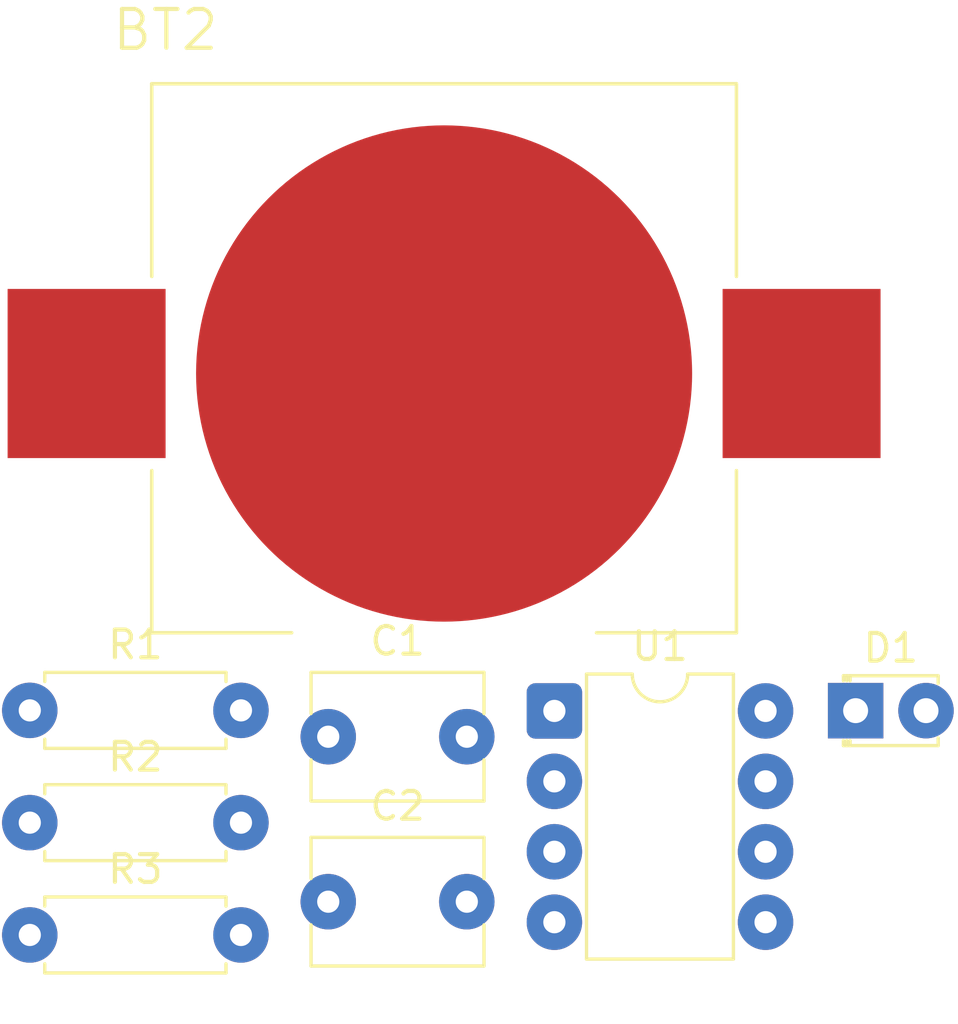
<source format=kicad_pcb>
(kicad_pcb (version 20241229) (generator "pcbnew") (generator_version "9.0")
  (layers (0 "F.Cu" signal) (2 "B.Cu" signal) (13 "F.Paste" user) (15 "B.Paste" user) (5 "F.SilkS" user "F.Silkscreen") (7 "B.SilkS" user "B.Silkscreen") (1 "F.Mask" user) (3 "B.Mask" user) (25 "Edge.Cuts" user))
  (net 0 "")
  (net 1 "GND")
  (net 2 "+3V0")
  (net 3 "Net-(U1-THR)")
  (net 4 "Net-(U1-CV)")
  (net 5 "Net-(D1-A)")
  (net 6 "Net-(U1-DIS)")
  (net 7 "Net-(U1-Q)")
  (footprint "Capacitor_THT:C_Disc_D6.0mm_W4.4mm_P5.00mm" (layer "F.Cu") (at 110.72 82.76)
    (property "Reference" "C2" (at 2.5 -3.45 0) (layer "F.SilkS"))
    (property "Value" "10n")
    (fp_line (start -0.62 -2.32) (end 5.62 -2.32) (stroke (width 0.12)) (layer "F.SilkS"))
    (fp_line (start -0.62 -0.835) (end -0.62 -2.32) (stroke (width 0.12)) (layer "F.SilkS"))
    (fp_line (start -0.62 2.32) (end -0.62 0.835) (stroke (width 0.12)) (layer "F.SilkS"))
    (fp_line (start 5.62 -2.32) (end 5.62 -0.835) (stroke (width 0.12)) (layer "F.SilkS"))
    (fp_line (start 5.62 0.835) (end 5.62 2.32) (stroke (width 0.12)) (layer "F.SilkS"))
    (fp_line (start 5.62 2.32) (end -0.62 2.32) (stroke (width 0.12)) (layer "F.SilkS"))
    (pad "1" thru_hole circle (at 0 0) (size 2 2) (drill 0.8) (layers "*.Cu" "*.Mask") (net 4 "Net-(U1-CV)"))
    (pad "2" thru_hole circle (at 5 0) (size 2 2) (drill 0.8) (layers "*.Cu" "*.Mask") (net 1 "GND"))
  )
  (footprint "Resistor_THT:R_Axial_DIN0207_L6.3mm_D2.5mm_P7.62mm_Horizontal" (layer "F.Cu") (at 99.95 75.86)
    (property "Reference" "R1" (at 3.81 -2.37 0) (layer "F.SilkS"))
    (property "Value" "R")
    (fp_line (start 0.54 -1.37) (end 7.08 -1.37) (stroke (width 0.12)) (layer "F.SilkS"))
    (fp_line (start 0.54 -1.04) (end 0.54 -1.37) (stroke (width 0.12)) (layer "F.SilkS"))
    (fp_line (start 0.54 1.04) (end 0.54 1.37) (stroke (width 0.12)) (layer "F.SilkS"))
    (fp_line (start 0.54 1.37) (end 7.08 1.37) (stroke (width 0.12)) (layer "F.SilkS"))
    (fp_line (start 7.08 -1.37) (end 7.08 -1.04) (stroke (width 0.12)) (layer "F.SilkS"))
    (fp_line (start 7.08 1.37) (end 7.08 1.04) (stroke (width 0.12)) (layer "F.SilkS"))
    (pad "1" thru_hole circle (at 0 0) (size 2 2) (drill 0.8) (layers "*.Cu" "*.Mask") (net 2 "+3V0"))
    (pad "2" thru_hole circle (at 7.62 0) (size 2 2) (drill 0.8) (layers "*.Cu" "*.Mask") (net 6 "Net-(U1-DIS)"))
  )
  (footprint "Resistor_THT:R_Axial_DIN0207_L6.3mm_D2.5mm_P7.62mm_Horizontal" (layer "F.Cu") (at 99.95 79.91)
    (property "Reference" "R2" (at 3.81 -2.37 0) (layer "F.SilkS"))
    (property "Value" "R")
    (fp_line (start 0.54 -1.37) (end 7.08 -1.37) (stroke (width 0.12)) (layer "F.SilkS"))
    (fp_line (start 0.54 -1.04) (end 0.54 -1.37) (stroke (width 0.12)) (layer "F.SilkS"))
    (fp_line (start 0.54 1.04) (end 0.54 1.37) (stroke (width 0.12)) (layer "F.SilkS"))
    (fp_line (start 0.54 1.37) (end 7.08 1.37) (stroke (width 0.12)) (layer "F.SilkS"))
    (fp_line (start 7.08 -1.37) (end 7.08 -1.04) (stroke (width 0.12)) (layer "F.SilkS"))
    (fp_line (start 7.08 1.37) (end 7.08 1.04) (stroke (width 0.12)) (layer "F.SilkS"))
    (pad "1" thru_hole circle (at 0 0) (size 2 2) (drill 0.8) (layers "*.Cu" "*.Mask") (net 6 "Net-(U1-DIS)"))
    (pad "2" thru_hole circle (at 7.62 0) (size 2 2) (drill 0.8) (layers "*.Cu" "*.Mask") (net 3 "Net-(U1-THR)"))
  )
  (footprint "Capacitor_THT:C_Disc_D6.0mm_W4.4mm_P5.00mm" (layer "F.Cu") (at 110.72 76.81)
    (property "Reference" "C1" (at 2.5 -3.45 0) (layer "F.SilkS"))
    (property "Value" "C")
    (fp_line (start -0.62 -2.32) (end 5.62 -2.32) (stroke (width 0.12)) (layer "F.SilkS"))
    (fp_line (start -0.62 -0.835) (end -0.62 -2.32) (stroke (width 0.12)) (layer "F.SilkS"))
    (fp_line (start -0.62 2.32) (end -0.62 0.835) (stroke (width 0.12)) (layer "F.SilkS"))
    (fp_line (start 5.62 -2.32) (end 5.62 -0.835) (stroke (width 0.12)) (layer "F.SilkS"))
    (fp_line (start 5.62 0.835) (end 5.62 2.32) (stroke (width 0.12)) (layer "F.SilkS"))
    (fp_line (start 5.62 2.32) (end -0.62 2.32) (stroke (width 0.12)) (layer "F.SilkS"))
    (pad "1" thru_hole circle (at 0 0) (size 2 2) (drill 0.8) (layers "*.Cu" "*.Mask") (net 1 "GND"))
    (pad "2" thru_hole circle (at 5 0) (size 2 2) (drill 0.8) (layers "*.Cu" "*.Mask") (net 3 "Net-(U1-THR)"))
  )
  (footprint "LED_THT:LED_D1.8mm_W3.3mm_H2.4mm" (layer "F.Cu") (at 129.75 75.87)
    (property "Reference" "D1" (at 1.27 -2.26 0) (layer "F.SilkS"))
    (property "Value" "LED")
    (fp_line (start -0.44 -1.26) (end 2.98 -1.26) (stroke (width 0.12)) (layer "F.SilkS"))
    (fp_line (start -0.44 -1.08) (end -0.44 -1.26) (stroke (width 0.12)) (layer "F.SilkS"))
    (fp_line (start -0.44 1.26) (end -0.44 1.08) (stroke (width 0.12)) (layer "F.SilkS"))
    (fp_line (start -0.32 -1.26) (end -0.32 -1.08) (stroke (width 0.12)) (layer "F.SilkS"))
    (fp_line (start -0.32 1.08) (end -0.32 1.26) (stroke (width 0.12)) (layer "F.SilkS"))
    (fp_line (start -0.2 -1.26) (end -0.2 -1.08) (stroke (width 0.12)) (layer "F.SilkS"))
    (fp_line (start -0.2 1.08) (end -0.2 1.26) (stroke (width 0.12)) (layer "F.SilkS"))
    (fp_line (start 2.98 -1.26) (end 2.98 -0.986) (stroke (width 0.12)) (layer "F.SilkS"))
    (fp_line (start 2.98 0.986) (end 2.98 1.26) (stroke (width 0.12)) (layer "F.SilkS"))
    (fp_line (start 2.98 1.26) (end -0.44 1.26) (stroke (width 0.12)) (layer "F.SilkS"))
    (pad "1" thru_hole rect (at 0 0) (size 2 2) (drill 0.9) (layers "*.Cu" "*.Mask") (net 1 "GND"))
    (pad "2" thru_hole circle (at 2.54 0) (size 2 2) (drill 0.9) (layers "*.Cu" "*.Mask") (net 5 "Net-(D1-A)"))
  )
  (footprint "Resistor_THT:R_Axial_DIN0207_L6.3mm_D2.5mm_P7.62mm_Horizontal" (layer "F.Cu") (at 99.95 83.96)
    (property "Reference" "R3" (at 3.81 -2.37 0) (layer "F.SilkS"))
    (property "Value" "R")
    (fp_line (start 0.54 -1.37) (end 7.08 -1.37) (stroke (width 0.12)) (layer "F.SilkS"))
    (fp_line (start 0.54 -1.04) (end 0.54 -1.37) (stroke (width 0.12)) (layer "F.SilkS"))
    (fp_line (start 0.54 1.04) (end 0.54 1.37) (stroke (width 0.12)) (layer "F.SilkS"))
    (fp_line (start 0.54 1.37) (end 7.08 1.37) (stroke (width 0.12)) (layer "F.SilkS"))
    (fp_line (start 7.08 -1.37) (end 7.08 -1.04) (stroke (width 0.12)) (layer "F.SilkS"))
    (fp_line (start 7.08 1.37) (end 7.08 1.04) (stroke (width 0.12)) (layer "F.SilkS"))
    (pad "1" thru_hole circle (at 0 0) (size 2 2) (drill 0.8) (layers "*.Cu" "*.Mask") (net 5 "Net-(D1-A)"))
    (pad "2" thru_hole circle (at 7.62 0) (size 2 2) (drill 0.8) (layers "*.Cu" "*.Mask") (net 7 "Net-(U1-Q)"))
  )
  (footprint "Package_DIP:DIP-8_W7.62mm" (layer "F.Cu") (at 118.88 75.88)
    (property "Reference" "U1" (at 3.81 -2.33 0) (layer "F.SilkS"))
    (property "Value" "TLC555xP")
    (fp_line (start 1.16 -1.33) (end 1.16 8.95) (stroke (width 0.12)) (layer "F.SilkS"))
    (fp_line (start 1.16 8.95) (end 6.46 8.95) (stroke (width 0.12)) (layer "F.SilkS"))
    (fp_line (start 2.81 -1.33) (end 1.16 -1.33) (stroke (width 0.12)) (layer "F.SilkS"))
    (fp_line (start 6.46 -1.33) (end 4.81 -1.33) (stroke (width 0.12)) (layer "F.SilkS"))
    (fp_line (start 6.46 8.95) (end 6.46 -1.33) (stroke (width 0.12)) (layer "F.SilkS"))
    (fp_arc (start 4.81 -1.33) (mid 3.81 -0.33) (end 2.81 -1.33) (stroke (width 0.12)) (layer "F.SilkS"))
    (pad "1" thru_hole roundrect (at 0 0) (size 2 2) (drill 0.8) (layers "*.Cu" "*.Mask") (roundrect_rratio 0.15625) (net 1 "GND"))
    (pad "2" thru_hole circle (at 0 2.54) (size 2 2) (drill 0.8) (layers "*.Cu" "*.Mask") (net 3 "Net-(U1-THR)"))
    (pad "3" thru_hole circle (at 0 5.08) (size 2 2) (drill 0.8) (layers "*.Cu" "*.Mask") (net 7 "Net-(U1-Q)"))
    (pad "4" thru_hole circle (at 0 7.62) (size 2 2) (drill 0.8) (layers "*.Cu" "*.Mask") (net 2 "+3V0"))
    (pad "5" thru_hole circle (at 7.62 7.62) (size 2 2) (drill 0.8) (layers "*.Cu" "*.Mask") (net 4 "Net-(U1-CV)"))
    (pad "6" thru_hole circle (at 7.62 5.08) (size 2 2) (drill 0.8) (layers "*.Cu" "*.Mask") (net 3 "Net-(U1-THR)"))
    (pad "7" thru_hole circle (at 7.62 2.54) (size 2 2) (drill 0.8) (layers "*.Cu" "*.Mask") (net 6 "Net-(U1-DIS)"))
    (pad "8" thru_hole circle (at 7.62 0) (size 2 2) (drill 0.8) (layers "*.Cu" "*.Mask") (net 2 "+3V0"))
  )
  (footprint "BAT-HLD-003-SMT:BAT_BAT-HLD-003-SMT" (layer "F.Cu") (at 114.9 63.71)
    (property "Reference" "BT2" (at -10.055 -12.389 0) (layer "F.SilkS") (effects (font (size 1.4 1.4))))
    (property "Value" "BAT-HLD-003-SMT")
    (fp_line (start -10.55 -10.45) (end 10.55 -10.45) (stroke (width 0.127)) (layer "F.SilkS"))
    (fp_line (start -10.55 -3.5) (end -10.55 -10.45) (stroke (width 0.127)) (layer "F.SilkS"))
    (fp_line (start -10.55 3.5) (end -10.55 9.35) (stroke (width 0.127)) (layer "F.SilkS"))
    (fp_line (start -10.55 9.35) (end -5.5 9.35) (stroke (width 0.127)) (layer "F.SilkS"))
    (fp_line (start 5.5 9.35) (end 10.55 9.35) (stroke (width 0.127)) (layer "F.SilkS"))
    (fp_line (start 10.55 -10.45) (end 10.55 -3.5) (stroke (width 0.127)) (layer "F.SilkS"))
    (fp_line (start 10.55 9.35) (end 10.55 3.5) (stroke (width 0.127)) (layer "F.SilkS"))
    (pad "N" smd circle (at 0 0) (size 17.9 17.9) (layers "F.Cu" "F.Mask") (net 1 "GND"))
    (pad "P1" smd rect (at -12.9 0) (size 5.7 6.1) (layers "F.Cu" "F.Mask" "F.Paste") (net 2 "+3V0"))
    (pad "P2" smd rect (at 12.9 0) (size 5.7 6.1) (layers "F.Cu" "F.Mask" "F.Paste") (net 2 "+3V0"))
  )
)
</source>
